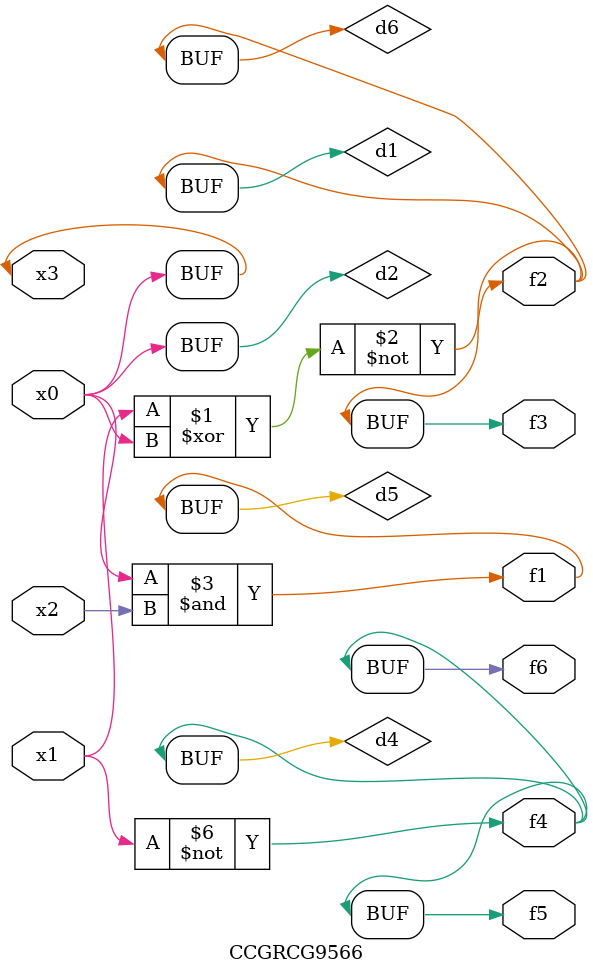
<source format=v>
module CCGRCG9566(
	input x0, x1, x2, x3,
	output f1, f2, f3, f4, f5, f6
);

	wire d1, d2, d3, d4, d5, d6;

	xnor (d1, x1, x3);
	buf (d2, x0, x3);
	nand (d3, x0, x2);
	not (d4, x1);
	nand (d5, d3);
	or (d6, d1);
	assign f1 = d5;
	assign f2 = d6;
	assign f3 = d6;
	assign f4 = d4;
	assign f5 = d4;
	assign f6 = d4;
endmodule

</source>
